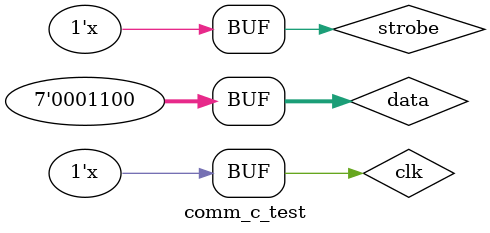
<source format=v>
module comm_c_test();
    reg strobe;
    reg [6:0] data;
    reg clk;
    wire [6:0] out;
    
    comm_c uut (strobe,data,clk,out);
    
    initial  begin
        strobe = 0;
        clk=0;
        data = 0;
        #100
        data = 12;
    end

    always  begin
        #10 clk = ~clk;
        #10 strobe = ~strobe;
    end
    
endmodule
</source>
